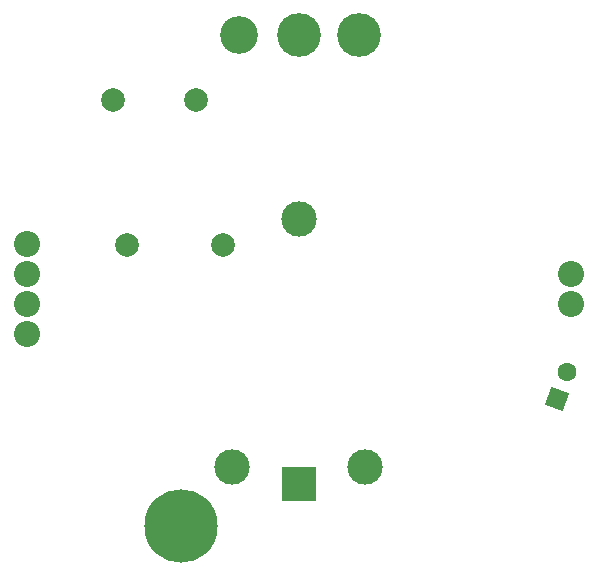
<source format=gbs>
G04*
G04 #@! TF.GenerationSoftware,Altium Limited,Altium Designer,24.6.1 (21)*
G04*
G04 Layer_Color=16711935*
%FSLAX44Y44*%
%MOMM*%
G71*
G04*
G04 #@! TF.SameCoordinates,6C584CAA-86BC-4625-B7AF-3506A17D6D12*
G04*
G04*
G04 #@! TF.FilePolarity,Negative*
G04*
G01*
G75*
%ADD37C,3.0000*%
%ADD38R,3.0000X3.0000*%
%ADD39C,2.0032*%
%ADD40P,2.2627X4X295.0*%
%ADD41C,1.6000*%
%ADD42C,2.2032*%
%ADD43C,6.2032*%
%ADD44C,3.2032*%
%ADD45C,3.7032*%
D37*
X-56250Y-149928D02*
D03*
X56250D02*
D03*
X0Y60000D02*
D03*
D38*
Y-165000D02*
D03*
D39*
X-157500Y160000D02*
D03*
X-64500Y38000D02*
D03*
X-145500D02*
D03*
X-87500Y160000D02*
D03*
D40*
X218434Y-93078D02*
D03*
D41*
X226985Y-69585D02*
D03*
D42*
X230000Y-12700D02*
D03*
Y12700D02*
D03*
X-230000D02*
D03*
Y-38100D02*
D03*
Y-12700D02*
D03*
Y38100D02*
D03*
D43*
X-100000Y-200000D02*
D03*
D44*
X-50800Y215000D02*
D03*
D45*
X50800D02*
D03*
X0D02*
D03*
M02*

</source>
